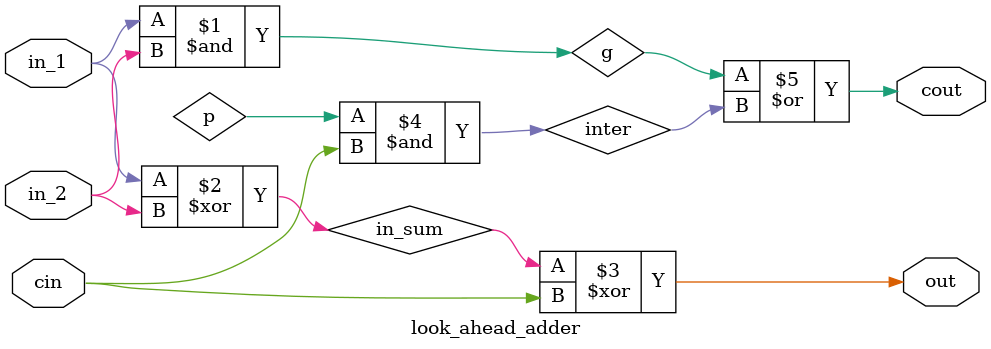
<source format=v>
`timescale 1ns / 1ps


module look_ahead_adder(
    in_1,
    in_2,
    cin,
    cout,
    out
    );
    
    input wire [0:0]in_1;
    input wire [0:0]in_2;
    input wire [0:0]cin;
    
    wire p;
    wire g;
    wire in_sum;
    wire inter;
    output wire [0:0]out;
    output wire [0:0]cout;
    
    
    
    and(g, in_1,in_2);
    xor(in_sum, in_1,in_2);
    xor(out, in_sum, cin);
    and(inter, p, cin);
    or(cout,g, inter);
endmodule

</source>
